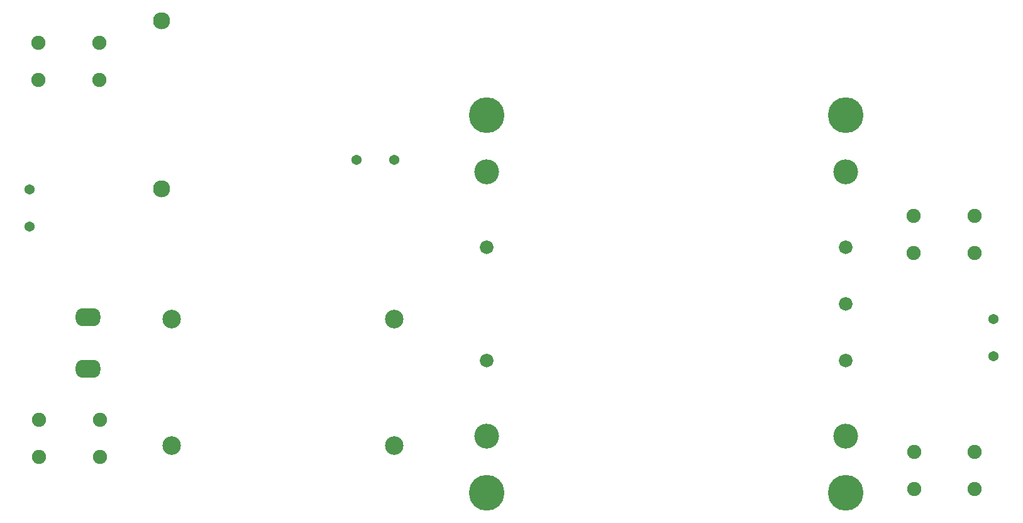
<source format=gbr>
%TF.GenerationSoftware,KiCad,Pcbnew,7.0.8*%
%TF.CreationDate,2024-04-29T16:48:28-06:00*%
%TF.ProjectId,GR-LRR-POWER-PCB-HIGH-VOLTAGE,47522d4c-5252-42d5-904f-5745522d5043,rev?*%
%TF.SameCoordinates,Original*%
%TF.FileFunction,Soldermask,Top*%
%TF.FilePolarity,Negative*%
%FSLAX46Y46*%
G04 Gerber Fmt 4.6, Leading zero omitted, Abs format (unit mm)*
G04 Created by KiCad (PCBNEW 7.0.8) date 2024-04-29 16:48:28*
%MOMM*%
%LPD*%
G01*
G04 APERTURE LIST*
G04 Aperture macros list*
%AMRoundRect*
0 Rectangle with rounded corners*
0 $1 Rounding radius*
0 $2 $3 $4 $5 $6 $7 $8 $9 X,Y pos of 4 corners*
0 Add a 4 corners polygon primitive as box body*
4,1,4,$2,$3,$4,$5,$6,$7,$8,$9,$2,$3,0*
0 Add four circle primitives for the rounded corners*
1,1,$1+$1,$2,$3*
1,1,$1+$1,$4,$5*
1,1,$1+$1,$6,$7*
1,1,$1+$1,$8,$9*
0 Add four rect primitives between the rounded corners*
20,1,$1+$1,$2,$3,$4,$5,0*
20,1,$1+$1,$4,$5,$6,$7,0*
20,1,$1+$1,$6,$7,$8,$9,0*
20,1,$1+$1,$8,$9,$2,$3,0*%
G04 Aperture macros list end*
%ADD10C,1.905000*%
%ADD11C,1.371600*%
%ADD12C,2.300000*%
%ADD13C,3.345000*%
%ADD14C,1.830000*%
%ADD15C,4.800000*%
%ADD16RoundRect,0.952200X-0.709800X0.239800X-0.709800X-0.239800X0.709800X-0.239800X0.709800X0.239800X0*%
%ADD17C,2.500000*%
G04 APERTURE END LIST*
D10*
%TO.C,J1*%
X132065399Y-30578600D03*
X123865400Y-30578600D03*
X132065399Y-35578600D03*
X123865400Y-35578600D03*
%TD*%
D11*
%TO.C,C1*%
X122646200Y-50306150D03*
X122646200Y-55306150D03*
%TD*%
%TO.C,C3*%
X252491000Y-67789600D03*
X252491000Y-72789600D03*
%TD*%
D10*
%TO.C,J3*%
X241696000Y-58892000D03*
X249895999Y-58892000D03*
X241696000Y-53892000D03*
X249895999Y-53892000D03*
%TD*%
%TO.C,J2*%
X132141400Y-81329499D03*
X123941401Y-81329499D03*
X132141400Y-86329499D03*
X123941401Y-86329499D03*
%TD*%
D12*
%TO.C,U1*%
X140477000Y-27679200D03*
X140477000Y-50279200D03*
%TD*%
D13*
%TO.C,PS1*%
X184215800Y-47933800D03*
D14*
X184215800Y-58133800D03*
X184215800Y-73333800D03*
D13*
X184215800Y-83533800D03*
X232515800Y-83533800D03*
D14*
X232515800Y-73333800D03*
X232515800Y-65733800D03*
X232515800Y-58133800D03*
D13*
X232515800Y-47933800D03*
D15*
X184215800Y-40333800D03*
X184215800Y-91133800D03*
X232515800Y-40333800D03*
X232515800Y-91133800D03*
%TD*%
D10*
%TO.C,J4*%
X241751001Y-90642000D03*
X249951000Y-90642000D03*
X241751001Y-85642000D03*
X249951000Y-85642000D03*
%TD*%
D11*
%TO.C,C2*%
X171723450Y-46322800D03*
X166723450Y-46322800D03*
%TD*%
D16*
%TO.C,D1*%
X130571000Y-74496600D03*
X130571000Y-67526600D03*
%TD*%
D17*
%TO.C,L1*%
X141758400Y-84769400D03*
X141758400Y-67769400D03*
X171758400Y-67769400D03*
X171758400Y-84769400D03*
%TD*%
M02*

</source>
